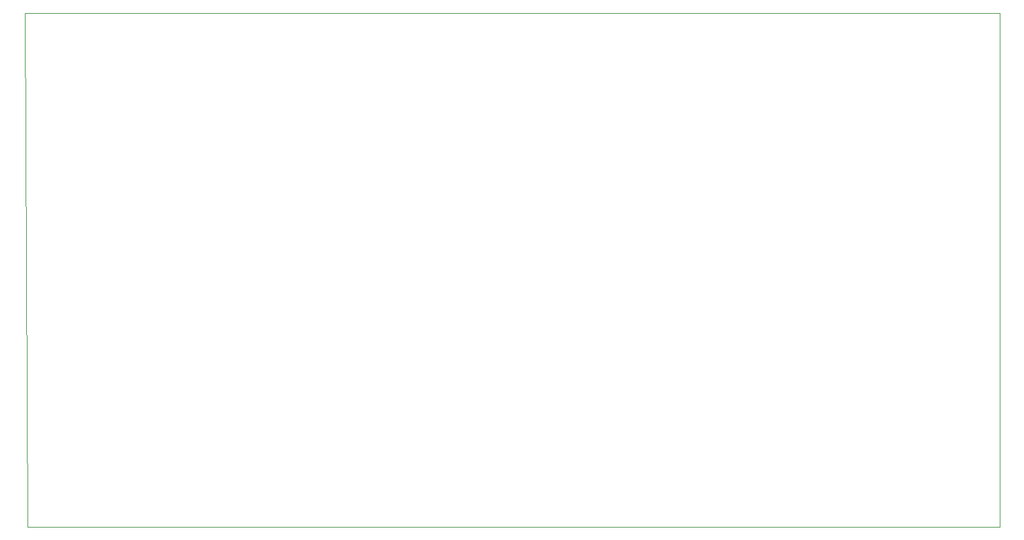
<source format=gbr>
%TF.GenerationSoftware,KiCad,Pcbnew,9.0.6*%
%TF.CreationDate,2025-11-28T19:55:11-03:00*%
%TF.ProjectId,placa_buck,706c6163-615f-4627-9563-6b2e6b696361,rev?*%
%TF.SameCoordinates,Original*%
%TF.FileFunction,Profile,NP*%
%FSLAX46Y46*%
G04 Gerber Fmt 4.6, Leading zero omitted, Abs format (unit mm)*
G04 Created by KiCad (PCBNEW 9.0.6) date 2025-11-28 19:55:11*
%MOMM*%
%LPD*%
G01*
G04 APERTURE LIST*
%TA.AperFunction,Profile*%
%ADD10C,0.050000*%
%TD*%
G04 APERTURE END LIST*
D10*
X256500000Y-27500000D02*
X256500000Y-94000000D01*
X256500000Y-94000000D02*
X130917160Y-94000000D01*
X130917160Y-94000040D02*
X130500000Y-27500000D01*
X130500000Y-27500000D02*
X256500000Y-27500000D01*
M02*

</source>
